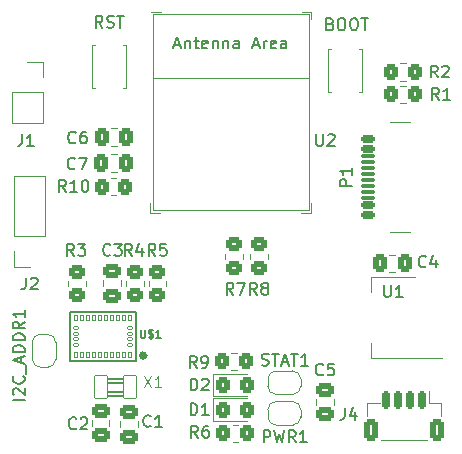
<source format=gto>
G04 #@! TF.GenerationSoftware,KiCad,Pcbnew,7.0.10*
G04 #@! TF.CreationDate,2024-02-28T00:56:54-06:00*
G04 #@! TF.ProjectId,sensingBoard,73656e73-696e-4674-926f-6172642e6b69,rev?*
G04 #@! TF.SameCoordinates,Original*
G04 #@! TF.FileFunction,Legend,Top*
G04 #@! TF.FilePolarity,Positive*
%FSLAX46Y46*%
G04 Gerber Fmt 4.6, Leading zero omitted, Abs format (unit mm)*
G04 Created by KiCad (PCBNEW 7.0.10) date 2024-02-28 00:56:54*
%MOMM*%
%LPD*%
G01*
G04 APERTURE LIST*
G04 Aperture macros list*
%AMRoundRect*
0 Rectangle with rounded corners*
0 $1 Rounding radius*
0 $2 $3 $4 $5 $6 $7 $8 $9 X,Y pos of 4 corners*
0 Add a 4 corners polygon primitive as box body*
4,1,4,$2,$3,$4,$5,$6,$7,$8,$9,$2,$3,0*
0 Add four circle primitives for the rounded corners*
1,1,$1+$1,$2,$3*
1,1,$1+$1,$4,$5*
1,1,$1+$1,$6,$7*
1,1,$1+$1,$8,$9*
0 Add four rect primitives between the rounded corners*
20,1,$1+$1,$2,$3,$4,$5,0*
20,1,$1+$1,$4,$5,$6,$7,0*
20,1,$1+$1,$6,$7,$8,$9,0*
20,1,$1+$1,$8,$9,$2,$3,0*%
%AMFreePoly0*
4,1,19,0.500000,-0.750000,0.000000,-0.750000,0.000000,-0.744911,-0.071157,-0.744911,-0.207708,-0.704816,-0.327430,-0.627875,-0.420627,-0.520320,-0.479746,-0.390866,-0.500000,-0.250000,-0.500000,0.250000,-0.479746,0.390866,-0.420627,0.520320,-0.327430,0.627875,-0.207708,0.704816,-0.071157,0.744911,0.000000,0.744911,0.000000,0.750000,0.500000,0.750000,0.500000,-0.750000,0.500000,-0.750000,
$1*%
%AMFreePoly1*
4,1,19,0.000000,0.744911,0.071157,0.744911,0.207708,0.704816,0.327430,0.627875,0.420627,0.520320,0.479746,0.390866,0.500000,0.250000,0.500000,-0.250000,0.479746,-0.390866,0.420627,-0.520320,0.327430,-0.627875,0.207708,-0.704816,0.071157,-0.744911,0.000000,-0.744911,0.000000,-0.750000,-0.500000,-0.750000,-0.500000,0.750000,0.000000,0.750000,0.000000,0.744911,0.000000,0.744911,
$1*%
%AMFreePoly2*
4,1,6,0.725000,-0.725000,-0.725000,-0.725000,-0.725000,0.125000,-0.125000,0.725000,0.725000,0.725000,0.725000,-0.725000,0.725000,-0.725000,$1*%
G04 Aperture macros list end*
%ADD10C,0.150000*%
%ADD11C,0.146304*%
%ADD12C,0.081280*%
%ADD13C,0.120000*%
%ADD14C,0.127000*%
%ADD15C,0.350000*%
%ADD16RoundRect,0.250000X0.475000X-0.337500X0.475000X0.337500X-0.475000X0.337500X-0.475000X-0.337500X0*%
%ADD17RoundRect,0.050800X0.125000X0.237500X-0.125000X0.237500X-0.125000X-0.237500X0.125000X-0.237500X0*%
%ADD18RoundRect,0.050800X0.187500X0.125000X-0.187500X0.125000X-0.187500X-0.125000X0.187500X-0.125000X0*%
%ADD19RoundRect,0.250000X-0.350000X-0.450000X0.350000X-0.450000X0.350000X0.450000X-0.350000X0.450000X0*%
%ADD20FreePoly0,0.000000*%
%ADD21FreePoly1,0.000000*%
%ADD22R,2.000000X1.350000*%
%ADD23RoundRect,0.250000X0.450000X-0.350000X0.450000X0.350000X-0.450000X0.350000X-0.450000X-0.350000X0*%
%ADD24R,1.700000X1.700000*%
%ADD25O,1.700000X1.700000*%
%ADD26RoundRect,0.250000X-0.325000X-0.450000X0.325000X-0.450000X0.325000X0.450000X-0.325000X0.450000X0*%
%ADD27RoundRect,0.150000X0.150000X0.625000X-0.150000X0.625000X-0.150000X-0.625000X0.150000X-0.625000X0*%
%ADD28RoundRect,0.250000X0.350000X0.650000X-0.350000X0.650000X-0.350000X-0.650000X0.350000X-0.650000X0*%
%ADD29R,2.000000X1.500000*%
%ADD30R,2.000000X3.800000*%
%ADD31R,0.800000X0.400000*%
%ADD32R,0.400000X0.800000*%
%ADD33FreePoly2,0.000000*%
%ADD34R,1.450000X1.450000*%
%ADD35R,0.700000X0.700000*%
%ADD36RoundRect,0.250000X-0.475000X0.337500X-0.475000X-0.337500X0.475000X-0.337500X0.475000X0.337500X0*%
%ADD37RoundRect,0.250000X0.350000X0.450000X-0.350000X0.450000X-0.350000X-0.450000X0.350000X-0.450000X0*%
%ADD38RoundRect,0.050800X0.550000X0.950000X-0.550000X0.950000X-0.550000X-0.950000X0.550000X-0.950000X0*%
%ADD39RoundRect,0.050800X-0.550000X-0.950000X0.550000X-0.950000X0.550000X0.950000X-0.550000X0.950000X0*%
%ADD40FreePoly0,90.000000*%
%ADD41FreePoly1,90.000000*%
%ADD42RoundRect,0.250000X0.337500X0.475000X-0.337500X0.475000X-0.337500X-0.475000X0.337500X-0.475000X0*%
%ADD43C,0.650000*%
%ADD44RoundRect,0.150000X0.425000X-0.150000X0.425000X0.150000X-0.425000X0.150000X-0.425000X-0.150000X0*%
%ADD45RoundRect,0.075000X0.500000X-0.075000X0.500000X0.075000X-0.500000X0.075000X-0.500000X-0.075000X0*%
%ADD46O,2.100000X1.000000*%
%ADD47O,1.800000X1.000000*%
%ADD48RoundRect,0.250000X-0.450000X0.350000X-0.450000X-0.350000X0.450000X-0.350000X0.450000X0.350000X0*%
G04 APERTURE END LIST*
D10*
X55933333Y-85159580D02*
X55885714Y-85207200D01*
X55885714Y-85207200D02*
X55742857Y-85254819D01*
X55742857Y-85254819D02*
X55647619Y-85254819D01*
X55647619Y-85254819D02*
X55504762Y-85207200D01*
X55504762Y-85207200D02*
X55409524Y-85111961D01*
X55409524Y-85111961D02*
X55361905Y-85016723D01*
X55361905Y-85016723D02*
X55314286Y-84826247D01*
X55314286Y-84826247D02*
X55314286Y-84683390D01*
X55314286Y-84683390D02*
X55361905Y-84492914D01*
X55361905Y-84492914D02*
X55409524Y-84397676D01*
X55409524Y-84397676D02*
X55504762Y-84302438D01*
X55504762Y-84302438D02*
X55647619Y-84254819D01*
X55647619Y-84254819D02*
X55742857Y-84254819D01*
X55742857Y-84254819D02*
X55885714Y-84302438D01*
X55885714Y-84302438D02*
X55933333Y-84350057D01*
X56314286Y-84350057D02*
X56361905Y-84302438D01*
X56361905Y-84302438D02*
X56457143Y-84254819D01*
X56457143Y-84254819D02*
X56695238Y-84254819D01*
X56695238Y-84254819D02*
X56790476Y-84302438D01*
X56790476Y-84302438D02*
X56838095Y-84350057D01*
X56838095Y-84350057D02*
X56885714Y-84445295D01*
X56885714Y-84445295D02*
X56885714Y-84540533D01*
X56885714Y-84540533D02*
X56838095Y-84683390D01*
X56838095Y-84683390D02*
X56266667Y-85254819D01*
X56266667Y-85254819D02*
X56885714Y-85254819D01*
D11*
X61394687Y-76844329D02*
X61394687Y-77383874D01*
X61394687Y-77383874D02*
X61426425Y-77447350D01*
X61426425Y-77447350D02*
X61458163Y-77479088D01*
X61458163Y-77479088D02*
X61521639Y-77510825D01*
X61521639Y-77510825D02*
X61648590Y-77510825D01*
X61648590Y-77510825D02*
X61712066Y-77479088D01*
X61712066Y-77479088D02*
X61743804Y-77447350D01*
X61743804Y-77447350D02*
X61775542Y-77383874D01*
X61775542Y-77383874D02*
X61775542Y-76844329D01*
X62061183Y-77479088D02*
X62156397Y-77510825D01*
X62156397Y-77510825D02*
X62315086Y-77510825D01*
X62315086Y-77510825D02*
X62378562Y-77479088D01*
X62378562Y-77479088D02*
X62410300Y-77447350D01*
X62410300Y-77447350D02*
X62442038Y-77383874D01*
X62442038Y-77383874D02*
X62442038Y-77320398D01*
X62442038Y-77320398D02*
X62410300Y-77256922D01*
X62410300Y-77256922D02*
X62378562Y-77225184D01*
X62378562Y-77225184D02*
X62315086Y-77193446D01*
X62315086Y-77193446D02*
X62188135Y-77161708D01*
X62188135Y-77161708D02*
X62124659Y-77129971D01*
X62124659Y-77129971D02*
X62092921Y-77098233D01*
X62092921Y-77098233D02*
X62061183Y-77034757D01*
X62061183Y-77034757D02*
X62061183Y-76971281D01*
X62061183Y-76971281D02*
X62092921Y-76907805D01*
X62092921Y-76907805D02*
X62124659Y-76876067D01*
X62124659Y-76876067D02*
X62188135Y-76844329D01*
X62188135Y-76844329D02*
X62346824Y-76844329D01*
X62346824Y-76844329D02*
X62442038Y-76876067D01*
X62251611Y-76749116D02*
X62251611Y-77606039D01*
X63076796Y-77510825D02*
X62695941Y-77510825D01*
X62886369Y-77510825D02*
X62886369Y-76844329D01*
X62886369Y-76844329D02*
X62822893Y-76939543D01*
X62822893Y-76939543D02*
X62759417Y-77003019D01*
X62759417Y-77003019D02*
X62695941Y-77034757D01*
D10*
X66133333Y-80054819D02*
X65800000Y-79578628D01*
X65561905Y-80054819D02*
X65561905Y-79054819D01*
X65561905Y-79054819D02*
X65942857Y-79054819D01*
X65942857Y-79054819D02*
X66038095Y-79102438D01*
X66038095Y-79102438D02*
X66085714Y-79150057D01*
X66085714Y-79150057D02*
X66133333Y-79245295D01*
X66133333Y-79245295D02*
X66133333Y-79388152D01*
X66133333Y-79388152D02*
X66085714Y-79483390D01*
X66085714Y-79483390D02*
X66038095Y-79531009D01*
X66038095Y-79531009D02*
X65942857Y-79578628D01*
X65942857Y-79578628D02*
X65561905Y-79578628D01*
X66609524Y-80054819D02*
X66800000Y-80054819D01*
X66800000Y-80054819D02*
X66895238Y-80007200D01*
X66895238Y-80007200D02*
X66942857Y-79959580D01*
X66942857Y-79959580D02*
X67038095Y-79816723D01*
X67038095Y-79816723D02*
X67085714Y-79626247D01*
X67085714Y-79626247D02*
X67085714Y-79245295D01*
X67085714Y-79245295D02*
X67038095Y-79150057D01*
X67038095Y-79150057D02*
X66990476Y-79102438D01*
X66990476Y-79102438D02*
X66895238Y-79054819D01*
X66895238Y-79054819D02*
X66704762Y-79054819D01*
X66704762Y-79054819D02*
X66609524Y-79102438D01*
X66609524Y-79102438D02*
X66561905Y-79150057D01*
X66561905Y-79150057D02*
X66514286Y-79245295D01*
X66514286Y-79245295D02*
X66514286Y-79483390D01*
X66514286Y-79483390D02*
X66561905Y-79578628D01*
X66561905Y-79578628D02*
X66609524Y-79626247D01*
X66609524Y-79626247D02*
X66704762Y-79673866D01*
X66704762Y-79673866D02*
X66895238Y-79673866D01*
X66895238Y-79673866D02*
X66990476Y-79626247D01*
X66990476Y-79626247D02*
X67038095Y-79578628D01*
X67038095Y-79578628D02*
X67085714Y-79483390D01*
X71647619Y-79807200D02*
X71790476Y-79854819D01*
X71790476Y-79854819D02*
X72028571Y-79854819D01*
X72028571Y-79854819D02*
X72123809Y-79807200D01*
X72123809Y-79807200D02*
X72171428Y-79759580D01*
X72171428Y-79759580D02*
X72219047Y-79664342D01*
X72219047Y-79664342D02*
X72219047Y-79569104D01*
X72219047Y-79569104D02*
X72171428Y-79473866D01*
X72171428Y-79473866D02*
X72123809Y-79426247D01*
X72123809Y-79426247D02*
X72028571Y-79378628D01*
X72028571Y-79378628D02*
X71838095Y-79331009D01*
X71838095Y-79331009D02*
X71742857Y-79283390D01*
X71742857Y-79283390D02*
X71695238Y-79235771D01*
X71695238Y-79235771D02*
X71647619Y-79140533D01*
X71647619Y-79140533D02*
X71647619Y-79045295D01*
X71647619Y-79045295D02*
X71695238Y-78950057D01*
X71695238Y-78950057D02*
X71742857Y-78902438D01*
X71742857Y-78902438D02*
X71838095Y-78854819D01*
X71838095Y-78854819D02*
X72076190Y-78854819D01*
X72076190Y-78854819D02*
X72219047Y-78902438D01*
X72504762Y-78854819D02*
X73076190Y-78854819D01*
X72790476Y-79854819D02*
X72790476Y-78854819D01*
X73361905Y-79569104D02*
X73838095Y-79569104D01*
X73266667Y-79854819D02*
X73600000Y-78854819D01*
X73600000Y-78854819D02*
X73933333Y-79854819D01*
X74123810Y-78854819D02*
X74695238Y-78854819D01*
X74409524Y-79854819D02*
X74409524Y-78854819D01*
X75552381Y-79854819D02*
X74980953Y-79854819D01*
X75266667Y-79854819D02*
X75266667Y-78854819D01*
X75266667Y-78854819D02*
X75171429Y-78997676D01*
X75171429Y-78997676D02*
X75076191Y-79092914D01*
X75076191Y-79092914D02*
X74980953Y-79140533D01*
X58152380Y-51254819D02*
X57819047Y-50778628D01*
X57580952Y-51254819D02*
X57580952Y-50254819D01*
X57580952Y-50254819D02*
X57961904Y-50254819D01*
X57961904Y-50254819D02*
X58057142Y-50302438D01*
X58057142Y-50302438D02*
X58104761Y-50350057D01*
X58104761Y-50350057D02*
X58152380Y-50445295D01*
X58152380Y-50445295D02*
X58152380Y-50588152D01*
X58152380Y-50588152D02*
X58104761Y-50683390D01*
X58104761Y-50683390D02*
X58057142Y-50731009D01*
X58057142Y-50731009D02*
X57961904Y-50778628D01*
X57961904Y-50778628D02*
X57580952Y-50778628D01*
X58533333Y-51207200D02*
X58676190Y-51254819D01*
X58676190Y-51254819D02*
X58914285Y-51254819D01*
X58914285Y-51254819D02*
X59009523Y-51207200D01*
X59009523Y-51207200D02*
X59057142Y-51159580D01*
X59057142Y-51159580D02*
X59104761Y-51064342D01*
X59104761Y-51064342D02*
X59104761Y-50969104D01*
X59104761Y-50969104D02*
X59057142Y-50873866D01*
X59057142Y-50873866D02*
X59009523Y-50826247D01*
X59009523Y-50826247D02*
X58914285Y-50778628D01*
X58914285Y-50778628D02*
X58723809Y-50731009D01*
X58723809Y-50731009D02*
X58628571Y-50683390D01*
X58628571Y-50683390D02*
X58580952Y-50635771D01*
X58580952Y-50635771D02*
X58533333Y-50540533D01*
X58533333Y-50540533D02*
X58533333Y-50445295D01*
X58533333Y-50445295D02*
X58580952Y-50350057D01*
X58580952Y-50350057D02*
X58628571Y-50302438D01*
X58628571Y-50302438D02*
X58723809Y-50254819D01*
X58723809Y-50254819D02*
X58961904Y-50254819D01*
X58961904Y-50254819D02*
X59104761Y-50302438D01*
X59390476Y-50254819D02*
X59961904Y-50254819D01*
X59676190Y-51254819D02*
X59676190Y-50254819D01*
X71233333Y-73854819D02*
X70900000Y-73378628D01*
X70661905Y-73854819D02*
X70661905Y-72854819D01*
X70661905Y-72854819D02*
X71042857Y-72854819D01*
X71042857Y-72854819D02*
X71138095Y-72902438D01*
X71138095Y-72902438D02*
X71185714Y-72950057D01*
X71185714Y-72950057D02*
X71233333Y-73045295D01*
X71233333Y-73045295D02*
X71233333Y-73188152D01*
X71233333Y-73188152D02*
X71185714Y-73283390D01*
X71185714Y-73283390D02*
X71138095Y-73331009D01*
X71138095Y-73331009D02*
X71042857Y-73378628D01*
X71042857Y-73378628D02*
X70661905Y-73378628D01*
X71804762Y-73283390D02*
X71709524Y-73235771D01*
X71709524Y-73235771D02*
X71661905Y-73188152D01*
X71661905Y-73188152D02*
X71614286Y-73092914D01*
X71614286Y-73092914D02*
X71614286Y-73045295D01*
X71614286Y-73045295D02*
X71661905Y-72950057D01*
X71661905Y-72950057D02*
X71709524Y-72902438D01*
X71709524Y-72902438D02*
X71804762Y-72854819D01*
X71804762Y-72854819D02*
X71995238Y-72854819D01*
X71995238Y-72854819D02*
X72090476Y-72902438D01*
X72090476Y-72902438D02*
X72138095Y-72950057D01*
X72138095Y-72950057D02*
X72185714Y-73045295D01*
X72185714Y-73045295D02*
X72185714Y-73092914D01*
X72185714Y-73092914D02*
X72138095Y-73188152D01*
X72138095Y-73188152D02*
X72090476Y-73235771D01*
X72090476Y-73235771D02*
X71995238Y-73283390D01*
X71995238Y-73283390D02*
X71804762Y-73283390D01*
X71804762Y-73283390D02*
X71709524Y-73331009D01*
X71709524Y-73331009D02*
X71661905Y-73378628D01*
X71661905Y-73378628D02*
X71614286Y-73473866D01*
X71614286Y-73473866D02*
X71614286Y-73664342D01*
X71614286Y-73664342D02*
X71661905Y-73759580D01*
X71661905Y-73759580D02*
X71709524Y-73807200D01*
X71709524Y-73807200D02*
X71804762Y-73854819D01*
X71804762Y-73854819D02*
X71995238Y-73854819D01*
X71995238Y-73854819D02*
X72090476Y-73807200D01*
X72090476Y-73807200D02*
X72138095Y-73759580D01*
X72138095Y-73759580D02*
X72185714Y-73664342D01*
X72185714Y-73664342D02*
X72185714Y-73473866D01*
X72185714Y-73473866D02*
X72138095Y-73378628D01*
X72138095Y-73378628D02*
X72090476Y-73331009D01*
X72090476Y-73331009D02*
X71995238Y-73283390D01*
X51666666Y-72404819D02*
X51666666Y-73119104D01*
X51666666Y-73119104D02*
X51619047Y-73261961D01*
X51619047Y-73261961D02*
X51523809Y-73357200D01*
X51523809Y-73357200D02*
X51380952Y-73404819D01*
X51380952Y-73404819D02*
X51285714Y-73404819D01*
X52095238Y-72500057D02*
X52142857Y-72452438D01*
X52142857Y-72452438D02*
X52238095Y-72404819D01*
X52238095Y-72404819D02*
X52476190Y-72404819D01*
X52476190Y-72404819D02*
X52571428Y-72452438D01*
X52571428Y-72452438D02*
X52619047Y-72500057D01*
X52619047Y-72500057D02*
X52666666Y-72595295D01*
X52666666Y-72595295D02*
X52666666Y-72690533D01*
X52666666Y-72690533D02*
X52619047Y-72833390D01*
X52619047Y-72833390D02*
X52047619Y-73404819D01*
X52047619Y-73404819D02*
X52666666Y-73404819D01*
X65611905Y-81954819D02*
X65611905Y-80954819D01*
X65611905Y-80954819D02*
X65850000Y-80954819D01*
X65850000Y-80954819D02*
X65992857Y-81002438D01*
X65992857Y-81002438D02*
X66088095Y-81097676D01*
X66088095Y-81097676D02*
X66135714Y-81192914D01*
X66135714Y-81192914D02*
X66183333Y-81383390D01*
X66183333Y-81383390D02*
X66183333Y-81526247D01*
X66183333Y-81526247D02*
X66135714Y-81716723D01*
X66135714Y-81716723D02*
X66088095Y-81811961D01*
X66088095Y-81811961D02*
X65992857Y-81907200D01*
X65992857Y-81907200D02*
X65850000Y-81954819D01*
X65850000Y-81954819D02*
X65611905Y-81954819D01*
X66564286Y-81050057D02*
X66611905Y-81002438D01*
X66611905Y-81002438D02*
X66707143Y-80954819D01*
X66707143Y-80954819D02*
X66945238Y-80954819D01*
X66945238Y-80954819D02*
X67040476Y-81002438D01*
X67040476Y-81002438D02*
X67088095Y-81050057D01*
X67088095Y-81050057D02*
X67135714Y-81145295D01*
X67135714Y-81145295D02*
X67135714Y-81240533D01*
X67135714Y-81240533D02*
X67088095Y-81383390D01*
X67088095Y-81383390D02*
X66516667Y-81954819D01*
X66516667Y-81954819D02*
X67135714Y-81954819D01*
X78666666Y-83454819D02*
X78666666Y-84169104D01*
X78666666Y-84169104D02*
X78619047Y-84311961D01*
X78619047Y-84311961D02*
X78523809Y-84407200D01*
X78523809Y-84407200D02*
X78380952Y-84454819D01*
X78380952Y-84454819D02*
X78285714Y-84454819D01*
X79571428Y-83788152D02*
X79571428Y-84454819D01*
X79333333Y-83407200D02*
X79095238Y-84121485D01*
X79095238Y-84121485D02*
X79714285Y-84121485D01*
X62233333Y-84959580D02*
X62185714Y-85007200D01*
X62185714Y-85007200D02*
X62042857Y-85054819D01*
X62042857Y-85054819D02*
X61947619Y-85054819D01*
X61947619Y-85054819D02*
X61804762Y-85007200D01*
X61804762Y-85007200D02*
X61709524Y-84911961D01*
X61709524Y-84911961D02*
X61661905Y-84816723D01*
X61661905Y-84816723D02*
X61614286Y-84626247D01*
X61614286Y-84626247D02*
X61614286Y-84483390D01*
X61614286Y-84483390D02*
X61661905Y-84292914D01*
X61661905Y-84292914D02*
X61709524Y-84197676D01*
X61709524Y-84197676D02*
X61804762Y-84102438D01*
X61804762Y-84102438D02*
X61947619Y-84054819D01*
X61947619Y-84054819D02*
X62042857Y-84054819D01*
X62042857Y-84054819D02*
X62185714Y-84102438D01*
X62185714Y-84102438D02*
X62233333Y-84150057D01*
X63185714Y-85054819D02*
X62614286Y-85054819D01*
X62900000Y-85054819D02*
X62900000Y-84054819D01*
X62900000Y-84054819D02*
X62804762Y-84197676D01*
X62804762Y-84197676D02*
X62709524Y-84292914D01*
X62709524Y-84292914D02*
X62614286Y-84340533D01*
X65611905Y-84054819D02*
X65611905Y-83054819D01*
X65611905Y-83054819D02*
X65850000Y-83054819D01*
X65850000Y-83054819D02*
X65992857Y-83102438D01*
X65992857Y-83102438D02*
X66088095Y-83197676D01*
X66088095Y-83197676D02*
X66135714Y-83292914D01*
X66135714Y-83292914D02*
X66183333Y-83483390D01*
X66183333Y-83483390D02*
X66183333Y-83626247D01*
X66183333Y-83626247D02*
X66135714Y-83816723D01*
X66135714Y-83816723D02*
X66088095Y-83911961D01*
X66088095Y-83911961D02*
X65992857Y-84007200D01*
X65992857Y-84007200D02*
X65850000Y-84054819D01*
X65850000Y-84054819D02*
X65611905Y-84054819D01*
X67135714Y-84054819D02*
X66564286Y-84054819D01*
X66850000Y-84054819D02*
X66850000Y-83054819D01*
X66850000Y-83054819D02*
X66754762Y-83197676D01*
X66754762Y-83197676D02*
X66659524Y-83292914D01*
X66659524Y-83292914D02*
X66564286Y-83340533D01*
X66233333Y-85954819D02*
X65900000Y-85478628D01*
X65661905Y-85954819D02*
X65661905Y-84954819D01*
X65661905Y-84954819D02*
X66042857Y-84954819D01*
X66042857Y-84954819D02*
X66138095Y-85002438D01*
X66138095Y-85002438D02*
X66185714Y-85050057D01*
X66185714Y-85050057D02*
X66233333Y-85145295D01*
X66233333Y-85145295D02*
X66233333Y-85288152D01*
X66233333Y-85288152D02*
X66185714Y-85383390D01*
X66185714Y-85383390D02*
X66138095Y-85431009D01*
X66138095Y-85431009D02*
X66042857Y-85478628D01*
X66042857Y-85478628D02*
X65661905Y-85478628D01*
X67090476Y-84954819D02*
X66900000Y-84954819D01*
X66900000Y-84954819D02*
X66804762Y-85002438D01*
X66804762Y-85002438D02*
X66757143Y-85050057D01*
X66757143Y-85050057D02*
X66661905Y-85192914D01*
X66661905Y-85192914D02*
X66614286Y-85383390D01*
X66614286Y-85383390D02*
X66614286Y-85764342D01*
X66614286Y-85764342D02*
X66661905Y-85859580D01*
X66661905Y-85859580D02*
X66709524Y-85907200D01*
X66709524Y-85907200D02*
X66804762Y-85954819D01*
X66804762Y-85954819D02*
X66995238Y-85954819D01*
X66995238Y-85954819D02*
X67090476Y-85907200D01*
X67090476Y-85907200D02*
X67138095Y-85859580D01*
X67138095Y-85859580D02*
X67185714Y-85764342D01*
X67185714Y-85764342D02*
X67185714Y-85526247D01*
X67185714Y-85526247D02*
X67138095Y-85431009D01*
X67138095Y-85431009D02*
X67090476Y-85383390D01*
X67090476Y-85383390D02*
X66995238Y-85335771D01*
X66995238Y-85335771D02*
X66804762Y-85335771D01*
X66804762Y-85335771D02*
X66709524Y-85383390D01*
X66709524Y-85383390D02*
X66661905Y-85431009D01*
X66661905Y-85431009D02*
X66614286Y-85526247D01*
X81988095Y-73054819D02*
X81988095Y-73864342D01*
X81988095Y-73864342D02*
X82035714Y-73959580D01*
X82035714Y-73959580D02*
X82083333Y-74007200D01*
X82083333Y-74007200D02*
X82178571Y-74054819D01*
X82178571Y-74054819D02*
X82369047Y-74054819D01*
X82369047Y-74054819D02*
X82464285Y-74007200D01*
X82464285Y-74007200D02*
X82511904Y-73959580D01*
X82511904Y-73959580D02*
X82559523Y-73864342D01*
X82559523Y-73864342D02*
X82559523Y-73054819D01*
X83559523Y-74054819D02*
X82988095Y-74054819D01*
X83273809Y-74054819D02*
X83273809Y-73054819D01*
X83273809Y-73054819D02*
X83178571Y-73197676D01*
X83178571Y-73197676D02*
X83083333Y-73292914D01*
X83083333Y-73292914D02*
X82988095Y-73340533D01*
X51341666Y-60264819D02*
X51341666Y-60979104D01*
X51341666Y-60979104D02*
X51294047Y-61121961D01*
X51294047Y-61121961D02*
X51198809Y-61217200D01*
X51198809Y-61217200D02*
X51055952Y-61264819D01*
X51055952Y-61264819D02*
X50960714Y-61264819D01*
X52341666Y-61264819D02*
X51770238Y-61264819D01*
X52055952Y-61264819D02*
X52055952Y-60264819D01*
X52055952Y-60264819D02*
X51960714Y-60407676D01*
X51960714Y-60407676D02*
X51865476Y-60502914D01*
X51865476Y-60502914D02*
X51770238Y-60550533D01*
X76238095Y-60254819D02*
X76238095Y-61064342D01*
X76238095Y-61064342D02*
X76285714Y-61159580D01*
X76285714Y-61159580D02*
X76333333Y-61207200D01*
X76333333Y-61207200D02*
X76428571Y-61254819D01*
X76428571Y-61254819D02*
X76619047Y-61254819D01*
X76619047Y-61254819D02*
X76714285Y-61207200D01*
X76714285Y-61207200D02*
X76761904Y-61159580D01*
X76761904Y-61159580D02*
X76809523Y-61064342D01*
X76809523Y-61064342D02*
X76809523Y-60254819D01*
X77238095Y-60350057D02*
X77285714Y-60302438D01*
X77285714Y-60302438D02*
X77380952Y-60254819D01*
X77380952Y-60254819D02*
X77619047Y-60254819D01*
X77619047Y-60254819D02*
X77714285Y-60302438D01*
X77714285Y-60302438D02*
X77761904Y-60350057D01*
X77761904Y-60350057D02*
X77809523Y-60445295D01*
X77809523Y-60445295D02*
X77809523Y-60540533D01*
X77809523Y-60540533D02*
X77761904Y-60683390D01*
X77761904Y-60683390D02*
X77190476Y-61254819D01*
X77190476Y-61254819D02*
X77809523Y-61254819D01*
X64238094Y-52719104D02*
X64714284Y-52719104D01*
X64142856Y-53004819D02*
X64476189Y-52004819D01*
X64476189Y-52004819D02*
X64809522Y-53004819D01*
X65142856Y-52338152D02*
X65142856Y-53004819D01*
X65142856Y-52433390D02*
X65190475Y-52385771D01*
X65190475Y-52385771D02*
X65285713Y-52338152D01*
X65285713Y-52338152D02*
X65428570Y-52338152D01*
X65428570Y-52338152D02*
X65523808Y-52385771D01*
X65523808Y-52385771D02*
X65571427Y-52481009D01*
X65571427Y-52481009D02*
X65571427Y-53004819D01*
X65904761Y-52338152D02*
X66285713Y-52338152D01*
X66047618Y-52004819D02*
X66047618Y-52861961D01*
X66047618Y-52861961D02*
X66095237Y-52957200D01*
X66095237Y-52957200D02*
X66190475Y-53004819D01*
X66190475Y-53004819D02*
X66285713Y-53004819D01*
X66999999Y-52957200D02*
X66904761Y-53004819D01*
X66904761Y-53004819D02*
X66714285Y-53004819D01*
X66714285Y-53004819D02*
X66619047Y-52957200D01*
X66619047Y-52957200D02*
X66571428Y-52861961D01*
X66571428Y-52861961D02*
X66571428Y-52481009D01*
X66571428Y-52481009D02*
X66619047Y-52385771D01*
X66619047Y-52385771D02*
X66714285Y-52338152D01*
X66714285Y-52338152D02*
X66904761Y-52338152D01*
X66904761Y-52338152D02*
X66999999Y-52385771D01*
X66999999Y-52385771D02*
X67047618Y-52481009D01*
X67047618Y-52481009D02*
X67047618Y-52576247D01*
X67047618Y-52576247D02*
X66571428Y-52671485D01*
X67476190Y-52338152D02*
X67476190Y-53004819D01*
X67476190Y-52433390D02*
X67523809Y-52385771D01*
X67523809Y-52385771D02*
X67619047Y-52338152D01*
X67619047Y-52338152D02*
X67761904Y-52338152D01*
X67761904Y-52338152D02*
X67857142Y-52385771D01*
X67857142Y-52385771D02*
X67904761Y-52481009D01*
X67904761Y-52481009D02*
X67904761Y-53004819D01*
X68380952Y-52338152D02*
X68380952Y-53004819D01*
X68380952Y-52433390D02*
X68428571Y-52385771D01*
X68428571Y-52385771D02*
X68523809Y-52338152D01*
X68523809Y-52338152D02*
X68666666Y-52338152D01*
X68666666Y-52338152D02*
X68761904Y-52385771D01*
X68761904Y-52385771D02*
X68809523Y-52481009D01*
X68809523Y-52481009D02*
X68809523Y-53004819D01*
X69714285Y-53004819D02*
X69714285Y-52481009D01*
X69714285Y-52481009D02*
X69666666Y-52385771D01*
X69666666Y-52385771D02*
X69571428Y-52338152D01*
X69571428Y-52338152D02*
X69380952Y-52338152D01*
X69380952Y-52338152D02*
X69285714Y-52385771D01*
X69714285Y-52957200D02*
X69619047Y-53004819D01*
X69619047Y-53004819D02*
X69380952Y-53004819D01*
X69380952Y-53004819D02*
X69285714Y-52957200D01*
X69285714Y-52957200D02*
X69238095Y-52861961D01*
X69238095Y-52861961D02*
X69238095Y-52766723D01*
X69238095Y-52766723D02*
X69285714Y-52671485D01*
X69285714Y-52671485D02*
X69380952Y-52623866D01*
X69380952Y-52623866D02*
X69619047Y-52623866D01*
X69619047Y-52623866D02*
X69714285Y-52576247D01*
X70904762Y-52719104D02*
X71380952Y-52719104D01*
X70809524Y-53004819D02*
X71142857Y-52004819D01*
X71142857Y-52004819D02*
X71476190Y-53004819D01*
X71809524Y-53004819D02*
X71809524Y-52338152D01*
X71809524Y-52528628D02*
X71857143Y-52433390D01*
X71857143Y-52433390D02*
X71904762Y-52385771D01*
X71904762Y-52385771D02*
X72000000Y-52338152D01*
X72000000Y-52338152D02*
X72095238Y-52338152D01*
X72809524Y-52957200D02*
X72714286Y-53004819D01*
X72714286Y-53004819D02*
X72523810Y-53004819D01*
X72523810Y-53004819D02*
X72428572Y-52957200D01*
X72428572Y-52957200D02*
X72380953Y-52861961D01*
X72380953Y-52861961D02*
X72380953Y-52481009D01*
X72380953Y-52481009D02*
X72428572Y-52385771D01*
X72428572Y-52385771D02*
X72523810Y-52338152D01*
X72523810Y-52338152D02*
X72714286Y-52338152D01*
X72714286Y-52338152D02*
X72809524Y-52385771D01*
X72809524Y-52385771D02*
X72857143Y-52481009D01*
X72857143Y-52481009D02*
X72857143Y-52576247D01*
X72857143Y-52576247D02*
X72380953Y-52671485D01*
X73714286Y-53004819D02*
X73714286Y-52481009D01*
X73714286Y-52481009D02*
X73666667Y-52385771D01*
X73666667Y-52385771D02*
X73571429Y-52338152D01*
X73571429Y-52338152D02*
X73380953Y-52338152D01*
X73380953Y-52338152D02*
X73285715Y-52385771D01*
X73714286Y-52957200D02*
X73619048Y-53004819D01*
X73619048Y-53004819D02*
X73380953Y-53004819D01*
X73380953Y-53004819D02*
X73285715Y-52957200D01*
X73285715Y-52957200D02*
X73238096Y-52861961D01*
X73238096Y-52861961D02*
X73238096Y-52766723D01*
X73238096Y-52766723D02*
X73285715Y-52671485D01*
X73285715Y-52671485D02*
X73380953Y-52623866D01*
X73380953Y-52623866D02*
X73619048Y-52623866D01*
X73619048Y-52623866D02*
X73714286Y-52576247D01*
X58833333Y-70459580D02*
X58785714Y-70507200D01*
X58785714Y-70507200D02*
X58642857Y-70554819D01*
X58642857Y-70554819D02*
X58547619Y-70554819D01*
X58547619Y-70554819D02*
X58404762Y-70507200D01*
X58404762Y-70507200D02*
X58309524Y-70411961D01*
X58309524Y-70411961D02*
X58261905Y-70316723D01*
X58261905Y-70316723D02*
X58214286Y-70126247D01*
X58214286Y-70126247D02*
X58214286Y-69983390D01*
X58214286Y-69983390D02*
X58261905Y-69792914D01*
X58261905Y-69792914D02*
X58309524Y-69697676D01*
X58309524Y-69697676D02*
X58404762Y-69602438D01*
X58404762Y-69602438D02*
X58547619Y-69554819D01*
X58547619Y-69554819D02*
X58642857Y-69554819D01*
X58642857Y-69554819D02*
X58785714Y-69602438D01*
X58785714Y-69602438D02*
X58833333Y-69650057D01*
X59166667Y-69554819D02*
X59785714Y-69554819D01*
X59785714Y-69554819D02*
X59452381Y-69935771D01*
X59452381Y-69935771D02*
X59595238Y-69935771D01*
X59595238Y-69935771D02*
X59690476Y-69983390D01*
X59690476Y-69983390D02*
X59738095Y-70031009D01*
X59738095Y-70031009D02*
X59785714Y-70126247D01*
X59785714Y-70126247D02*
X59785714Y-70364342D01*
X59785714Y-70364342D02*
X59738095Y-70459580D01*
X59738095Y-70459580D02*
X59690476Y-70507200D01*
X59690476Y-70507200D02*
X59595238Y-70554819D01*
X59595238Y-70554819D02*
X59309524Y-70554819D01*
X59309524Y-70554819D02*
X59214286Y-70507200D01*
X59214286Y-70507200D02*
X59166667Y-70459580D01*
X86533333Y-55454819D02*
X86200000Y-54978628D01*
X85961905Y-55454819D02*
X85961905Y-54454819D01*
X85961905Y-54454819D02*
X86342857Y-54454819D01*
X86342857Y-54454819D02*
X86438095Y-54502438D01*
X86438095Y-54502438D02*
X86485714Y-54550057D01*
X86485714Y-54550057D02*
X86533333Y-54645295D01*
X86533333Y-54645295D02*
X86533333Y-54788152D01*
X86533333Y-54788152D02*
X86485714Y-54883390D01*
X86485714Y-54883390D02*
X86438095Y-54931009D01*
X86438095Y-54931009D02*
X86342857Y-54978628D01*
X86342857Y-54978628D02*
X85961905Y-54978628D01*
X86914286Y-54550057D02*
X86961905Y-54502438D01*
X86961905Y-54502438D02*
X87057143Y-54454819D01*
X87057143Y-54454819D02*
X87295238Y-54454819D01*
X87295238Y-54454819D02*
X87390476Y-54502438D01*
X87390476Y-54502438D02*
X87438095Y-54550057D01*
X87438095Y-54550057D02*
X87485714Y-54645295D01*
X87485714Y-54645295D02*
X87485714Y-54740533D01*
X87485714Y-54740533D02*
X87438095Y-54883390D01*
X87438095Y-54883390D02*
X86866667Y-55454819D01*
X86866667Y-55454819D02*
X87485714Y-55454819D01*
D12*
X61655388Y-80746661D02*
X62278535Y-81681381D01*
X62278535Y-80746661D02*
X61655388Y-81681381D01*
X63124234Y-81681381D02*
X62590108Y-81681381D01*
X62857171Y-81681381D02*
X62857171Y-80746661D01*
X62857171Y-80746661D02*
X62768150Y-80880192D01*
X62768150Y-80880192D02*
X62679129Y-80969213D01*
X62679129Y-80969213D02*
X62590108Y-81013724D01*
D10*
X51554819Y-82761904D02*
X50554819Y-82761904D01*
X50650057Y-82333333D02*
X50602438Y-82285714D01*
X50602438Y-82285714D02*
X50554819Y-82190476D01*
X50554819Y-82190476D02*
X50554819Y-81952381D01*
X50554819Y-81952381D02*
X50602438Y-81857143D01*
X50602438Y-81857143D02*
X50650057Y-81809524D01*
X50650057Y-81809524D02*
X50745295Y-81761905D01*
X50745295Y-81761905D02*
X50840533Y-81761905D01*
X50840533Y-81761905D02*
X50983390Y-81809524D01*
X50983390Y-81809524D02*
X51554819Y-82380952D01*
X51554819Y-82380952D02*
X51554819Y-81761905D01*
X51459580Y-80761905D02*
X51507200Y-80809524D01*
X51507200Y-80809524D02*
X51554819Y-80952381D01*
X51554819Y-80952381D02*
X51554819Y-81047619D01*
X51554819Y-81047619D02*
X51507200Y-81190476D01*
X51507200Y-81190476D02*
X51411961Y-81285714D01*
X51411961Y-81285714D02*
X51316723Y-81333333D01*
X51316723Y-81333333D02*
X51126247Y-81380952D01*
X51126247Y-81380952D02*
X50983390Y-81380952D01*
X50983390Y-81380952D02*
X50792914Y-81333333D01*
X50792914Y-81333333D02*
X50697676Y-81285714D01*
X50697676Y-81285714D02*
X50602438Y-81190476D01*
X50602438Y-81190476D02*
X50554819Y-81047619D01*
X50554819Y-81047619D02*
X50554819Y-80952381D01*
X50554819Y-80952381D02*
X50602438Y-80809524D01*
X50602438Y-80809524D02*
X50650057Y-80761905D01*
X51650057Y-80571429D02*
X51650057Y-79809524D01*
X51269104Y-79619047D02*
X51269104Y-79142857D01*
X51554819Y-79714285D02*
X50554819Y-79380952D01*
X50554819Y-79380952D02*
X51554819Y-79047619D01*
X51554819Y-78714285D02*
X50554819Y-78714285D01*
X50554819Y-78714285D02*
X50554819Y-78476190D01*
X50554819Y-78476190D02*
X50602438Y-78333333D01*
X50602438Y-78333333D02*
X50697676Y-78238095D01*
X50697676Y-78238095D02*
X50792914Y-78190476D01*
X50792914Y-78190476D02*
X50983390Y-78142857D01*
X50983390Y-78142857D02*
X51126247Y-78142857D01*
X51126247Y-78142857D02*
X51316723Y-78190476D01*
X51316723Y-78190476D02*
X51411961Y-78238095D01*
X51411961Y-78238095D02*
X51507200Y-78333333D01*
X51507200Y-78333333D02*
X51554819Y-78476190D01*
X51554819Y-78476190D02*
X51554819Y-78714285D01*
X51554819Y-77714285D02*
X50554819Y-77714285D01*
X50554819Y-77714285D02*
X50554819Y-77476190D01*
X50554819Y-77476190D02*
X50602438Y-77333333D01*
X50602438Y-77333333D02*
X50697676Y-77238095D01*
X50697676Y-77238095D02*
X50792914Y-77190476D01*
X50792914Y-77190476D02*
X50983390Y-77142857D01*
X50983390Y-77142857D02*
X51126247Y-77142857D01*
X51126247Y-77142857D02*
X51316723Y-77190476D01*
X51316723Y-77190476D02*
X51411961Y-77238095D01*
X51411961Y-77238095D02*
X51507200Y-77333333D01*
X51507200Y-77333333D02*
X51554819Y-77476190D01*
X51554819Y-77476190D02*
X51554819Y-77714285D01*
X51554819Y-76142857D02*
X51078628Y-76476190D01*
X51554819Y-76714285D02*
X50554819Y-76714285D01*
X50554819Y-76714285D02*
X50554819Y-76333333D01*
X50554819Y-76333333D02*
X50602438Y-76238095D01*
X50602438Y-76238095D02*
X50650057Y-76190476D01*
X50650057Y-76190476D02*
X50745295Y-76142857D01*
X50745295Y-76142857D02*
X50888152Y-76142857D01*
X50888152Y-76142857D02*
X50983390Y-76190476D01*
X50983390Y-76190476D02*
X51031009Y-76238095D01*
X51031009Y-76238095D02*
X51078628Y-76333333D01*
X51078628Y-76333333D02*
X51078628Y-76714285D01*
X51554819Y-75190476D02*
X51554819Y-75761904D01*
X51554819Y-75476190D02*
X50554819Y-75476190D01*
X50554819Y-75476190D02*
X50697676Y-75571428D01*
X50697676Y-75571428D02*
X50792914Y-75666666D01*
X50792914Y-75666666D02*
X50840533Y-75761904D01*
X55833333Y-63159580D02*
X55785714Y-63207200D01*
X55785714Y-63207200D02*
X55642857Y-63254819D01*
X55642857Y-63254819D02*
X55547619Y-63254819D01*
X55547619Y-63254819D02*
X55404762Y-63207200D01*
X55404762Y-63207200D02*
X55309524Y-63111961D01*
X55309524Y-63111961D02*
X55261905Y-63016723D01*
X55261905Y-63016723D02*
X55214286Y-62826247D01*
X55214286Y-62826247D02*
X55214286Y-62683390D01*
X55214286Y-62683390D02*
X55261905Y-62492914D01*
X55261905Y-62492914D02*
X55309524Y-62397676D01*
X55309524Y-62397676D02*
X55404762Y-62302438D01*
X55404762Y-62302438D02*
X55547619Y-62254819D01*
X55547619Y-62254819D02*
X55642857Y-62254819D01*
X55642857Y-62254819D02*
X55785714Y-62302438D01*
X55785714Y-62302438D02*
X55833333Y-62350057D01*
X56166667Y-62254819D02*
X56833333Y-62254819D01*
X56833333Y-62254819D02*
X56404762Y-63254819D01*
X76833333Y-80597080D02*
X76785714Y-80644700D01*
X76785714Y-80644700D02*
X76642857Y-80692319D01*
X76642857Y-80692319D02*
X76547619Y-80692319D01*
X76547619Y-80692319D02*
X76404762Y-80644700D01*
X76404762Y-80644700D02*
X76309524Y-80549461D01*
X76309524Y-80549461D02*
X76261905Y-80454223D01*
X76261905Y-80454223D02*
X76214286Y-80263747D01*
X76214286Y-80263747D02*
X76214286Y-80120890D01*
X76214286Y-80120890D02*
X76261905Y-79930414D01*
X76261905Y-79930414D02*
X76309524Y-79835176D01*
X76309524Y-79835176D02*
X76404762Y-79739938D01*
X76404762Y-79739938D02*
X76547619Y-79692319D01*
X76547619Y-79692319D02*
X76642857Y-79692319D01*
X76642857Y-79692319D02*
X76785714Y-79739938D01*
X76785714Y-79739938D02*
X76833333Y-79787557D01*
X77738095Y-79692319D02*
X77261905Y-79692319D01*
X77261905Y-79692319D02*
X77214286Y-80168509D01*
X77214286Y-80168509D02*
X77261905Y-80120890D01*
X77261905Y-80120890D02*
X77357143Y-80073271D01*
X77357143Y-80073271D02*
X77595238Y-80073271D01*
X77595238Y-80073271D02*
X77690476Y-80120890D01*
X77690476Y-80120890D02*
X77738095Y-80168509D01*
X77738095Y-80168509D02*
X77785714Y-80263747D01*
X77785714Y-80263747D02*
X77785714Y-80501842D01*
X77785714Y-80501842D02*
X77738095Y-80597080D01*
X77738095Y-80597080D02*
X77690476Y-80644700D01*
X77690476Y-80644700D02*
X77595238Y-80692319D01*
X77595238Y-80692319D02*
X77357143Y-80692319D01*
X77357143Y-80692319D02*
X77261905Y-80644700D01*
X77261905Y-80644700D02*
X77214286Y-80597080D01*
X77442857Y-50931009D02*
X77585714Y-50978628D01*
X77585714Y-50978628D02*
X77633333Y-51026247D01*
X77633333Y-51026247D02*
X77680952Y-51121485D01*
X77680952Y-51121485D02*
X77680952Y-51264342D01*
X77680952Y-51264342D02*
X77633333Y-51359580D01*
X77633333Y-51359580D02*
X77585714Y-51407200D01*
X77585714Y-51407200D02*
X77490476Y-51454819D01*
X77490476Y-51454819D02*
X77109524Y-51454819D01*
X77109524Y-51454819D02*
X77109524Y-50454819D01*
X77109524Y-50454819D02*
X77442857Y-50454819D01*
X77442857Y-50454819D02*
X77538095Y-50502438D01*
X77538095Y-50502438D02*
X77585714Y-50550057D01*
X77585714Y-50550057D02*
X77633333Y-50645295D01*
X77633333Y-50645295D02*
X77633333Y-50740533D01*
X77633333Y-50740533D02*
X77585714Y-50835771D01*
X77585714Y-50835771D02*
X77538095Y-50883390D01*
X77538095Y-50883390D02*
X77442857Y-50931009D01*
X77442857Y-50931009D02*
X77109524Y-50931009D01*
X78300000Y-50454819D02*
X78490476Y-50454819D01*
X78490476Y-50454819D02*
X78585714Y-50502438D01*
X78585714Y-50502438D02*
X78680952Y-50597676D01*
X78680952Y-50597676D02*
X78728571Y-50788152D01*
X78728571Y-50788152D02*
X78728571Y-51121485D01*
X78728571Y-51121485D02*
X78680952Y-51311961D01*
X78680952Y-51311961D02*
X78585714Y-51407200D01*
X78585714Y-51407200D02*
X78490476Y-51454819D01*
X78490476Y-51454819D02*
X78300000Y-51454819D01*
X78300000Y-51454819D02*
X78204762Y-51407200D01*
X78204762Y-51407200D02*
X78109524Y-51311961D01*
X78109524Y-51311961D02*
X78061905Y-51121485D01*
X78061905Y-51121485D02*
X78061905Y-50788152D01*
X78061905Y-50788152D02*
X78109524Y-50597676D01*
X78109524Y-50597676D02*
X78204762Y-50502438D01*
X78204762Y-50502438D02*
X78300000Y-50454819D01*
X79347619Y-50454819D02*
X79538095Y-50454819D01*
X79538095Y-50454819D02*
X79633333Y-50502438D01*
X79633333Y-50502438D02*
X79728571Y-50597676D01*
X79728571Y-50597676D02*
X79776190Y-50788152D01*
X79776190Y-50788152D02*
X79776190Y-51121485D01*
X79776190Y-51121485D02*
X79728571Y-51311961D01*
X79728571Y-51311961D02*
X79633333Y-51407200D01*
X79633333Y-51407200D02*
X79538095Y-51454819D01*
X79538095Y-51454819D02*
X79347619Y-51454819D01*
X79347619Y-51454819D02*
X79252381Y-51407200D01*
X79252381Y-51407200D02*
X79157143Y-51311961D01*
X79157143Y-51311961D02*
X79109524Y-51121485D01*
X79109524Y-51121485D02*
X79109524Y-50788152D01*
X79109524Y-50788152D02*
X79157143Y-50597676D01*
X79157143Y-50597676D02*
X79252381Y-50502438D01*
X79252381Y-50502438D02*
X79347619Y-50454819D01*
X80061905Y-50454819D02*
X80633333Y-50454819D01*
X80347619Y-51454819D02*
X80347619Y-50454819D01*
X55870833Y-60959580D02*
X55823214Y-61007200D01*
X55823214Y-61007200D02*
X55680357Y-61054819D01*
X55680357Y-61054819D02*
X55585119Y-61054819D01*
X55585119Y-61054819D02*
X55442262Y-61007200D01*
X55442262Y-61007200D02*
X55347024Y-60911961D01*
X55347024Y-60911961D02*
X55299405Y-60816723D01*
X55299405Y-60816723D02*
X55251786Y-60626247D01*
X55251786Y-60626247D02*
X55251786Y-60483390D01*
X55251786Y-60483390D02*
X55299405Y-60292914D01*
X55299405Y-60292914D02*
X55347024Y-60197676D01*
X55347024Y-60197676D02*
X55442262Y-60102438D01*
X55442262Y-60102438D02*
X55585119Y-60054819D01*
X55585119Y-60054819D02*
X55680357Y-60054819D01*
X55680357Y-60054819D02*
X55823214Y-60102438D01*
X55823214Y-60102438D02*
X55870833Y-60150057D01*
X56727976Y-60054819D02*
X56537500Y-60054819D01*
X56537500Y-60054819D02*
X56442262Y-60102438D01*
X56442262Y-60102438D02*
X56394643Y-60150057D01*
X56394643Y-60150057D02*
X56299405Y-60292914D01*
X56299405Y-60292914D02*
X56251786Y-60483390D01*
X56251786Y-60483390D02*
X56251786Y-60864342D01*
X56251786Y-60864342D02*
X56299405Y-60959580D01*
X56299405Y-60959580D02*
X56347024Y-61007200D01*
X56347024Y-61007200D02*
X56442262Y-61054819D01*
X56442262Y-61054819D02*
X56632738Y-61054819D01*
X56632738Y-61054819D02*
X56727976Y-61007200D01*
X56727976Y-61007200D02*
X56775595Y-60959580D01*
X56775595Y-60959580D02*
X56823214Y-60864342D01*
X56823214Y-60864342D02*
X56823214Y-60626247D01*
X56823214Y-60626247D02*
X56775595Y-60531009D01*
X56775595Y-60531009D02*
X56727976Y-60483390D01*
X56727976Y-60483390D02*
X56632738Y-60435771D01*
X56632738Y-60435771D02*
X56442262Y-60435771D01*
X56442262Y-60435771D02*
X56347024Y-60483390D01*
X56347024Y-60483390D02*
X56299405Y-60531009D01*
X56299405Y-60531009D02*
X56251786Y-60626247D01*
X71790476Y-86354819D02*
X71790476Y-85354819D01*
X71790476Y-85354819D02*
X72171428Y-85354819D01*
X72171428Y-85354819D02*
X72266666Y-85402438D01*
X72266666Y-85402438D02*
X72314285Y-85450057D01*
X72314285Y-85450057D02*
X72361904Y-85545295D01*
X72361904Y-85545295D02*
X72361904Y-85688152D01*
X72361904Y-85688152D02*
X72314285Y-85783390D01*
X72314285Y-85783390D02*
X72266666Y-85831009D01*
X72266666Y-85831009D02*
X72171428Y-85878628D01*
X72171428Y-85878628D02*
X71790476Y-85878628D01*
X72695238Y-85354819D02*
X72933333Y-86354819D01*
X72933333Y-86354819D02*
X73123809Y-85640533D01*
X73123809Y-85640533D02*
X73314285Y-86354819D01*
X73314285Y-86354819D02*
X73552381Y-85354819D01*
X74504761Y-86354819D02*
X74171428Y-85878628D01*
X73933333Y-86354819D02*
X73933333Y-85354819D01*
X73933333Y-85354819D02*
X74314285Y-85354819D01*
X74314285Y-85354819D02*
X74409523Y-85402438D01*
X74409523Y-85402438D02*
X74457142Y-85450057D01*
X74457142Y-85450057D02*
X74504761Y-85545295D01*
X74504761Y-85545295D02*
X74504761Y-85688152D01*
X74504761Y-85688152D02*
X74457142Y-85783390D01*
X74457142Y-85783390D02*
X74409523Y-85831009D01*
X74409523Y-85831009D02*
X74314285Y-85878628D01*
X74314285Y-85878628D02*
X73933333Y-85878628D01*
X75457142Y-86354819D02*
X74885714Y-86354819D01*
X75171428Y-86354819D02*
X75171428Y-85354819D01*
X75171428Y-85354819D02*
X75076190Y-85497676D01*
X75076190Y-85497676D02*
X74980952Y-85592914D01*
X74980952Y-85592914D02*
X74885714Y-85640533D01*
X86633333Y-57354819D02*
X86300000Y-56878628D01*
X86061905Y-57354819D02*
X86061905Y-56354819D01*
X86061905Y-56354819D02*
X86442857Y-56354819D01*
X86442857Y-56354819D02*
X86538095Y-56402438D01*
X86538095Y-56402438D02*
X86585714Y-56450057D01*
X86585714Y-56450057D02*
X86633333Y-56545295D01*
X86633333Y-56545295D02*
X86633333Y-56688152D01*
X86633333Y-56688152D02*
X86585714Y-56783390D01*
X86585714Y-56783390D02*
X86538095Y-56831009D01*
X86538095Y-56831009D02*
X86442857Y-56878628D01*
X86442857Y-56878628D02*
X86061905Y-56878628D01*
X87585714Y-57354819D02*
X87014286Y-57354819D01*
X87300000Y-57354819D02*
X87300000Y-56354819D01*
X87300000Y-56354819D02*
X87204762Y-56497676D01*
X87204762Y-56497676D02*
X87109524Y-56592914D01*
X87109524Y-56592914D02*
X87014286Y-56640533D01*
X55057142Y-65154819D02*
X54723809Y-64678628D01*
X54485714Y-65154819D02*
X54485714Y-64154819D01*
X54485714Y-64154819D02*
X54866666Y-64154819D01*
X54866666Y-64154819D02*
X54961904Y-64202438D01*
X54961904Y-64202438D02*
X55009523Y-64250057D01*
X55009523Y-64250057D02*
X55057142Y-64345295D01*
X55057142Y-64345295D02*
X55057142Y-64488152D01*
X55057142Y-64488152D02*
X55009523Y-64583390D01*
X55009523Y-64583390D02*
X54961904Y-64631009D01*
X54961904Y-64631009D02*
X54866666Y-64678628D01*
X54866666Y-64678628D02*
X54485714Y-64678628D01*
X56009523Y-65154819D02*
X55438095Y-65154819D01*
X55723809Y-65154819D02*
X55723809Y-64154819D01*
X55723809Y-64154819D02*
X55628571Y-64297676D01*
X55628571Y-64297676D02*
X55533333Y-64392914D01*
X55533333Y-64392914D02*
X55438095Y-64440533D01*
X56628571Y-64154819D02*
X56723809Y-64154819D01*
X56723809Y-64154819D02*
X56819047Y-64202438D01*
X56819047Y-64202438D02*
X56866666Y-64250057D01*
X56866666Y-64250057D02*
X56914285Y-64345295D01*
X56914285Y-64345295D02*
X56961904Y-64535771D01*
X56961904Y-64535771D02*
X56961904Y-64773866D01*
X56961904Y-64773866D02*
X56914285Y-64964342D01*
X56914285Y-64964342D02*
X56866666Y-65059580D01*
X56866666Y-65059580D02*
X56819047Y-65107200D01*
X56819047Y-65107200D02*
X56723809Y-65154819D01*
X56723809Y-65154819D02*
X56628571Y-65154819D01*
X56628571Y-65154819D02*
X56533333Y-65107200D01*
X56533333Y-65107200D02*
X56485714Y-65059580D01*
X56485714Y-65059580D02*
X56438095Y-64964342D01*
X56438095Y-64964342D02*
X56390476Y-64773866D01*
X56390476Y-64773866D02*
X56390476Y-64535771D01*
X56390476Y-64535771D02*
X56438095Y-64345295D01*
X56438095Y-64345295D02*
X56485714Y-64250057D01*
X56485714Y-64250057D02*
X56533333Y-64202438D01*
X56533333Y-64202438D02*
X56628571Y-64154819D01*
X55733333Y-70554819D02*
X55400000Y-70078628D01*
X55161905Y-70554819D02*
X55161905Y-69554819D01*
X55161905Y-69554819D02*
X55542857Y-69554819D01*
X55542857Y-69554819D02*
X55638095Y-69602438D01*
X55638095Y-69602438D02*
X55685714Y-69650057D01*
X55685714Y-69650057D02*
X55733333Y-69745295D01*
X55733333Y-69745295D02*
X55733333Y-69888152D01*
X55733333Y-69888152D02*
X55685714Y-69983390D01*
X55685714Y-69983390D02*
X55638095Y-70031009D01*
X55638095Y-70031009D02*
X55542857Y-70078628D01*
X55542857Y-70078628D02*
X55161905Y-70078628D01*
X56066667Y-69554819D02*
X56685714Y-69554819D01*
X56685714Y-69554819D02*
X56352381Y-69935771D01*
X56352381Y-69935771D02*
X56495238Y-69935771D01*
X56495238Y-69935771D02*
X56590476Y-69983390D01*
X56590476Y-69983390D02*
X56638095Y-70031009D01*
X56638095Y-70031009D02*
X56685714Y-70126247D01*
X56685714Y-70126247D02*
X56685714Y-70364342D01*
X56685714Y-70364342D02*
X56638095Y-70459580D01*
X56638095Y-70459580D02*
X56590476Y-70507200D01*
X56590476Y-70507200D02*
X56495238Y-70554819D01*
X56495238Y-70554819D02*
X56209524Y-70554819D01*
X56209524Y-70554819D02*
X56114286Y-70507200D01*
X56114286Y-70507200D02*
X56066667Y-70459580D01*
X79254819Y-64638094D02*
X78254819Y-64638094D01*
X78254819Y-64638094D02*
X78254819Y-64257142D01*
X78254819Y-64257142D02*
X78302438Y-64161904D01*
X78302438Y-64161904D02*
X78350057Y-64114285D01*
X78350057Y-64114285D02*
X78445295Y-64066666D01*
X78445295Y-64066666D02*
X78588152Y-64066666D01*
X78588152Y-64066666D02*
X78683390Y-64114285D01*
X78683390Y-64114285D02*
X78731009Y-64161904D01*
X78731009Y-64161904D02*
X78778628Y-64257142D01*
X78778628Y-64257142D02*
X78778628Y-64638094D01*
X79254819Y-63114285D02*
X79254819Y-63685713D01*
X79254819Y-63399999D02*
X78254819Y-63399999D01*
X78254819Y-63399999D02*
X78397676Y-63495237D01*
X78397676Y-63495237D02*
X78492914Y-63590475D01*
X78492914Y-63590475D02*
X78540533Y-63685713D01*
X60633333Y-70554819D02*
X60300000Y-70078628D01*
X60061905Y-70554819D02*
X60061905Y-69554819D01*
X60061905Y-69554819D02*
X60442857Y-69554819D01*
X60442857Y-69554819D02*
X60538095Y-69602438D01*
X60538095Y-69602438D02*
X60585714Y-69650057D01*
X60585714Y-69650057D02*
X60633333Y-69745295D01*
X60633333Y-69745295D02*
X60633333Y-69888152D01*
X60633333Y-69888152D02*
X60585714Y-69983390D01*
X60585714Y-69983390D02*
X60538095Y-70031009D01*
X60538095Y-70031009D02*
X60442857Y-70078628D01*
X60442857Y-70078628D02*
X60061905Y-70078628D01*
X61490476Y-69888152D02*
X61490476Y-70554819D01*
X61252381Y-69507200D02*
X61014286Y-70221485D01*
X61014286Y-70221485D02*
X61633333Y-70221485D01*
X62633333Y-70554819D02*
X62300000Y-70078628D01*
X62061905Y-70554819D02*
X62061905Y-69554819D01*
X62061905Y-69554819D02*
X62442857Y-69554819D01*
X62442857Y-69554819D02*
X62538095Y-69602438D01*
X62538095Y-69602438D02*
X62585714Y-69650057D01*
X62585714Y-69650057D02*
X62633333Y-69745295D01*
X62633333Y-69745295D02*
X62633333Y-69888152D01*
X62633333Y-69888152D02*
X62585714Y-69983390D01*
X62585714Y-69983390D02*
X62538095Y-70031009D01*
X62538095Y-70031009D02*
X62442857Y-70078628D01*
X62442857Y-70078628D02*
X62061905Y-70078628D01*
X63538095Y-69554819D02*
X63061905Y-69554819D01*
X63061905Y-69554819D02*
X63014286Y-70031009D01*
X63014286Y-70031009D02*
X63061905Y-69983390D01*
X63061905Y-69983390D02*
X63157143Y-69935771D01*
X63157143Y-69935771D02*
X63395238Y-69935771D01*
X63395238Y-69935771D02*
X63490476Y-69983390D01*
X63490476Y-69983390D02*
X63538095Y-70031009D01*
X63538095Y-70031009D02*
X63585714Y-70126247D01*
X63585714Y-70126247D02*
X63585714Y-70364342D01*
X63585714Y-70364342D02*
X63538095Y-70459580D01*
X63538095Y-70459580D02*
X63490476Y-70507200D01*
X63490476Y-70507200D02*
X63395238Y-70554819D01*
X63395238Y-70554819D02*
X63157143Y-70554819D01*
X63157143Y-70554819D02*
X63061905Y-70507200D01*
X63061905Y-70507200D02*
X63014286Y-70459580D01*
X85533333Y-71459580D02*
X85485714Y-71507200D01*
X85485714Y-71507200D02*
X85342857Y-71554819D01*
X85342857Y-71554819D02*
X85247619Y-71554819D01*
X85247619Y-71554819D02*
X85104762Y-71507200D01*
X85104762Y-71507200D02*
X85009524Y-71411961D01*
X85009524Y-71411961D02*
X84961905Y-71316723D01*
X84961905Y-71316723D02*
X84914286Y-71126247D01*
X84914286Y-71126247D02*
X84914286Y-70983390D01*
X84914286Y-70983390D02*
X84961905Y-70792914D01*
X84961905Y-70792914D02*
X85009524Y-70697676D01*
X85009524Y-70697676D02*
X85104762Y-70602438D01*
X85104762Y-70602438D02*
X85247619Y-70554819D01*
X85247619Y-70554819D02*
X85342857Y-70554819D01*
X85342857Y-70554819D02*
X85485714Y-70602438D01*
X85485714Y-70602438D02*
X85533333Y-70650057D01*
X86390476Y-70888152D02*
X86390476Y-71554819D01*
X86152381Y-70507200D02*
X85914286Y-71221485D01*
X85914286Y-71221485D02*
X86533333Y-71221485D01*
X69233333Y-73854819D02*
X68900000Y-73378628D01*
X68661905Y-73854819D02*
X68661905Y-72854819D01*
X68661905Y-72854819D02*
X69042857Y-72854819D01*
X69042857Y-72854819D02*
X69138095Y-72902438D01*
X69138095Y-72902438D02*
X69185714Y-72950057D01*
X69185714Y-72950057D02*
X69233333Y-73045295D01*
X69233333Y-73045295D02*
X69233333Y-73188152D01*
X69233333Y-73188152D02*
X69185714Y-73283390D01*
X69185714Y-73283390D02*
X69138095Y-73331009D01*
X69138095Y-73331009D02*
X69042857Y-73378628D01*
X69042857Y-73378628D02*
X68661905Y-73378628D01*
X69566667Y-72854819D02*
X70233333Y-72854819D01*
X70233333Y-72854819D02*
X69804762Y-73854819D01*
D13*
X57265000Y-84998752D02*
X57265000Y-84476248D01*
X58735000Y-84998752D02*
X58735000Y-84476248D01*
D14*
X61000000Y-79500000D02*
X55400000Y-79500000D01*
X61000000Y-75300000D02*
X61000000Y-79500000D01*
X55400000Y-79500000D02*
X55400000Y-75300000D01*
X55400000Y-75300000D02*
X61000000Y-75300000D01*
D15*
X61800000Y-79000000D02*
G75*
G03*
X61400000Y-79000000I-200000J0D01*
G01*
X61400000Y-79000000D02*
G75*
G03*
X61800000Y-79000000I200000J0D01*
G01*
D13*
X69072936Y-78765000D02*
X69527064Y-78765000D01*
X69072936Y-80235000D02*
X69527064Y-80235000D01*
X72150000Y-81600000D02*
X72150000Y-81000000D01*
X72850000Y-80300000D02*
X74250000Y-80300000D01*
X74250000Y-82300000D02*
X72850000Y-82300000D01*
X74950000Y-81000000D02*
X74950000Y-81600000D01*
X72850000Y-80300000D02*
G75*
G03*
X72150000Y-81000000I-1J-699999D01*
G01*
X72150000Y-81600000D02*
G75*
G03*
X72850000Y-82300000I699999J-1D01*
G01*
X74950000Y-81000000D02*
G75*
G03*
X74250000Y-80300000I-700000J0D01*
G01*
X74250000Y-82300000D02*
G75*
G03*
X74950000Y-81600000I0J700000D01*
G01*
X60150000Y-52675000D02*
X60150000Y-56375000D01*
X59900000Y-52675000D02*
X60150000Y-52675000D01*
X57500000Y-52675000D02*
X57250000Y-52675000D01*
X57250000Y-52675000D02*
X57250000Y-56375000D01*
X60150000Y-56375000D02*
X59900000Y-56375000D01*
X57250000Y-56375000D02*
X57500000Y-56375000D01*
X70665000Y-70827064D02*
X70665000Y-70372936D01*
X72135000Y-70827064D02*
X72135000Y-70372936D01*
X53330000Y-68910000D02*
X53330000Y-63770000D01*
X53330000Y-68910000D02*
X50670000Y-68910000D01*
X53330000Y-63770000D02*
X50670000Y-63770000D01*
X52000000Y-71510000D02*
X50670000Y-71510000D01*
X50670000Y-71510000D02*
X50670000Y-70180000D01*
X50670000Y-68910000D02*
X50670000Y-63770000D01*
X67490000Y-80540000D02*
X67490000Y-82460000D01*
X67490000Y-82460000D02*
X70350000Y-82460000D01*
X70350000Y-80540000D02*
X67490000Y-80540000D01*
X86810000Y-84165000D02*
X86810000Y-83015000D01*
X86810000Y-83015000D02*
X85760000Y-83015000D01*
X85760000Y-83015000D02*
X85760000Y-82025000D01*
X85640000Y-86135000D02*
X81760000Y-86135000D01*
X80590000Y-84165000D02*
X80590000Y-83015000D01*
X80590000Y-83015000D02*
X81640000Y-83015000D01*
X59665000Y-85098752D02*
X59665000Y-84576248D01*
X61135000Y-85098752D02*
X61135000Y-84576248D01*
X67515000Y-82640000D02*
X67515000Y-84560000D01*
X67515000Y-84560000D02*
X70375000Y-84560000D01*
X70375000Y-82640000D02*
X67515000Y-82640000D01*
X69172936Y-84865000D02*
X69627064Y-84865000D01*
X69172936Y-86335000D02*
X69627064Y-86335000D01*
X86900000Y-79210000D02*
X80890000Y-79210000D01*
X84650000Y-72390000D02*
X80890000Y-72390000D01*
X80890000Y-79210000D02*
X80890000Y-77950000D01*
X80890000Y-72390000D02*
X80890000Y-73650000D01*
X50470000Y-56730000D02*
X50470000Y-59330000D01*
X50470000Y-56730000D02*
X53130000Y-56730000D01*
X50470000Y-59330000D02*
X53130000Y-59330000D01*
X51800000Y-54130000D02*
X53130000Y-54130000D01*
X53130000Y-54130000D02*
X53130000Y-55460000D01*
X53130000Y-56730000D02*
X53130000Y-59330000D01*
X62200000Y-66100000D02*
X62200000Y-66900000D01*
X62200000Y-66900000D02*
X63000000Y-66900000D01*
X62400000Y-50100000D02*
X75600000Y-50100000D01*
X62400000Y-55500000D02*
X75600000Y-55500000D01*
X62400000Y-66700000D02*
X62400000Y-50100000D01*
X63075000Y-49900000D02*
X62225000Y-49900000D01*
X75050000Y-49900000D02*
X75800000Y-49900000D01*
X75600000Y-50100000D02*
X75600000Y-66700000D01*
X75600000Y-66700000D02*
X62400000Y-66700000D01*
X75800000Y-49900000D02*
X75800000Y-50500000D01*
X75800000Y-66100000D02*
X75800000Y-66900000D01*
X75800000Y-66900000D02*
X75000000Y-66900000D01*
X59690750Y-72638748D02*
X59690750Y-73161252D01*
X58220750Y-72638748D02*
X58220750Y-73161252D01*
X83827064Y-55735000D02*
X83372936Y-55735000D01*
X83827064Y-54265000D02*
X83372936Y-54265000D01*
D14*
X60855750Y-81282800D02*
X60855750Y-82176400D01*
X60632150Y-82400000D02*
X57971950Y-82400000D01*
X60555750Y-81500000D02*
X60555750Y-81800000D01*
X60355750Y-82100000D02*
X58255750Y-82100000D01*
X58255750Y-81300000D02*
X60255750Y-81300000D01*
X57955750Y-81800000D02*
X57955750Y-81600000D01*
X57938550Y-81000000D02*
X60572950Y-81000000D01*
X57655750Y-82083800D02*
X57655750Y-81282800D01*
X60632150Y-82400000D02*
G75*
G03*
X60855750Y-82176400I0J223600D01*
G01*
X60855750Y-81282800D02*
G75*
G03*
X60572950Y-81000000I-282799J1D01*
G01*
X60355749Y-82099999D02*
G75*
G03*
X60555750Y-81800000I-49897J249932D01*
G01*
X60555749Y-81500001D02*
G75*
G03*
X60255750Y-81300001I-249999J-49999D01*
G01*
X57955750Y-81800000D02*
G75*
G03*
X58255750Y-82100000I300100J100D01*
G01*
X57655750Y-82083800D02*
G75*
G03*
X57971950Y-82400000I316200J0D01*
G01*
X58255751Y-81300000D02*
G75*
G03*
X57955750Y-81600000I-1J-300000D01*
G01*
X57938550Y-81000000D02*
G75*
G03*
X57655750Y-81282800I0J-282800D01*
G01*
D13*
X53500000Y-80000000D02*
X52900000Y-80000000D01*
X52200000Y-79300000D02*
X52200000Y-77900000D01*
X54200000Y-77900000D02*
X54200000Y-79300000D01*
X52900000Y-77200000D02*
X53500000Y-77200000D01*
X52200000Y-79300000D02*
G75*
G03*
X52900000Y-80000000I699999J-1D01*
G01*
X53500000Y-80000000D02*
G75*
G03*
X54200000Y-79300000I1J699999D01*
G01*
X52900000Y-77200000D02*
G75*
G03*
X52200000Y-77900000I0J-700000D01*
G01*
X54200000Y-77900000D02*
G75*
G03*
X53500000Y-77200000I-700000J0D01*
G01*
X59361252Y-63435000D02*
X58838748Y-63435000D01*
X59361252Y-61965000D02*
X58838748Y-61965000D01*
X76265000Y-83198752D02*
X76265000Y-82676248D01*
X77735000Y-83198752D02*
X77735000Y-82676248D01*
X77250000Y-56725000D02*
X77250000Y-53025000D01*
X77500000Y-56725000D02*
X77250000Y-56725000D01*
X79900000Y-56725000D02*
X80150000Y-56725000D01*
X80150000Y-56725000D02*
X80150000Y-53025000D01*
X77250000Y-53025000D02*
X77500000Y-53025000D01*
X80150000Y-53025000D02*
X79900000Y-53025000D01*
X59398752Y-61235000D02*
X58876248Y-61235000D01*
X59398752Y-59765000D02*
X58876248Y-59765000D01*
X72150000Y-84200000D02*
X72150000Y-83600000D01*
X72850000Y-82900000D02*
X74250000Y-82900000D01*
X74250000Y-84900000D02*
X72850000Y-84900000D01*
X74950000Y-83600000D02*
X74950000Y-84200000D01*
X72850000Y-82900000D02*
G75*
G03*
X72150000Y-83600000I-1J-699999D01*
G01*
X72150000Y-84200000D02*
G75*
G03*
X72850000Y-84900000I699999J-1D01*
G01*
X74950000Y-83600000D02*
G75*
G03*
X74250000Y-82900000I-700000J0D01*
G01*
X74250000Y-84900000D02*
G75*
G03*
X74950000Y-84200000I0J700000D01*
G01*
X83827064Y-57635000D02*
X83372936Y-57635000D01*
X83827064Y-56165000D02*
X83372936Y-56165000D01*
X58872936Y-63965000D02*
X59327064Y-63965000D01*
X58872936Y-65435000D02*
X59327064Y-65435000D01*
X55265000Y-73127064D02*
X55265000Y-72672936D01*
X56735000Y-73127064D02*
X56735000Y-72672936D01*
X84200000Y-68570000D02*
X82500000Y-68570000D01*
X84200000Y-59230000D02*
X82500000Y-59230000D01*
X60165000Y-73127064D02*
X60165000Y-72672936D01*
X61635000Y-73127064D02*
X61635000Y-72672936D01*
X62065000Y-73127064D02*
X62065000Y-72672936D01*
X63535000Y-73127064D02*
X63535000Y-72672936D01*
X82961252Y-71935000D02*
X82438748Y-71935000D01*
X82961252Y-70465000D02*
X82438748Y-70465000D01*
X70035000Y-70372936D02*
X70035000Y-70827064D01*
X68565000Y-70372936D02*
X68565000Y-70827064D01*
%LPC*%
D16*
X58000000Y-85775000D03*
X58000000Y-83700000D03*
D17*
X60450000Y-78962500D03*
D18*
X60512500Y-78150000D03*
X60512500Y-77650000D03*
X60512500Y-77150000D03*
X60512500Y-76650000D03*
D17*
X60450000Y-75837500D03*
X59950000Y-75837500D03*
X59450000Y-75837500D03*
X58950000Y-75837500D03*
X58450000Y-75837500D03*
X57950000Y-75837500D03*
X57450000Y-75837500D03*
X56950000Y-75837500D03*
X56450000Y-75837500D03*
X55950000Y-75837500D03*
D18*
X55887500Y-76650000D03*
X55887500Y-77150000D03*
X55887500Y-77650000D03*
X55887500Y-78150000D03*
D17*
X55950000Y-78962500D03*
X56450000Y-78962500D03*
X56950000Y-78962500D03*
X57450000Y-78962500D03*
X57950000Y-78962500D03*
X58450000Y-78962500D03*
X58950000Y-78962500D03*
X59450000Y-78962500D03*
X59950000Y-78962500D03*
D19*
X68300000Y-79500000D03*
X70300000Y-79500000D03*
D20*
X72900000Y-81300000D03*
D21*
X74200000Y-81300000D03*
D22*
X58700000Y-52450000D03*
X58700000Y-56600000D03*
D23*
X71400000Y-71600000D03*
X71400000Y-69600000D03*
D24*
X52000000Y-70180000D03*
D25*
X52000000Y-67640000D03*
X52000000Y-65100000D03*
D26*
X68325000Y-81500000D03*
X70375000Y-81500000D03*
D27*
X85200000Y-82800000D03*
X84200000Y-82800000D03*
X83200000Y-82800000D03*
X82200000Y-82800000D03*
D28*
X86500000Y-85325000D03*
X80900000Y-85325000D03*
D16*
X60400000Y-85875000D03*
X60400000Y-83800000D03*
D26*
X68350000Y-83600000D03*
X70400000Y-83600000D03*
D19*
X68400000Y-85600000D03*
X70400000Y-85600000D03*
D29*
X85950000Y-78100000D03*
X85950000Y-75800000D03*
D30*
X79650000Y-75800000D03*
D29*
X85950000Y-73500000D03*
D24*
X51800000Y-55460000D03*
D25*
X51800000Y-58000000D03*
D31*
X63100000Y-57100000D03*
X63100000Y-57900000D03*
X63100000Y-58700000D03*
X63100000Y-59500000D03*
X63100000Y-60300000D03*
X63100000Y-61100000D03*
X63100000Y-61900000D03*
X63100000Y-62700000D03*
X63100000Y-63500000D03*
X63100000Y-64300000D03*
X63100000Y-65100000D03*
D32*
X64200000Y-66000000D03*
X65000000Y-66000000D03*
X65800000Y-66000000D03*
X66600000Y-66000000D03*
X67400000Y-66000000D03*
X68200000Y-66000000D03*
X69000000Y-66000000D03*
X69800000Y-66000000D03*
X70600000Y-66000000D03*
X71400000Y-66000000D03*
X72200000Y-66000000D03*
X73000000Y-66000000D03*
X73800000Y-66000000D03*
D31*
X74900000Y-65100000D03*
X74900000Y-64300000D03*
X74900000Y-63500000D03*
X74900000Y-62700000D03*
X74900000Y-61900000D03*
X74900000Y-61100000D03*
X74900000Y-60300000D03*
X74900000Y-59500000D03*
X74900000Y-58700000D03*
X74900000Y-57900000D03*
X74900000Y-57100000D03*
D32*
X73800000Y-56200000D03*
X73000000Y-56200000D03*
X72200000Y-56200000D03*
X71400000Y-56200000D03*
X70600000Y-56200000D03*
X69800000Y-56200000D03*
X69000000Y-56200000D03*
X68200000Y-56200000D03*
X67400000Y-56200000D03*
X66600000Y-56200000D03*
X65800000Y-56200000D03*
X65000000Y-56200000D03*
X64200000Y-56200000D03*
D33*
X67025000Y-59125000D03*
D34*
X67025000Y-61100000D03*
X67025000Y-63075000D03*
X69000000Y-59125000D03*
X69000000Y-61100000D03*
X69000000Y-63075000D03*
X70975000Y-59125000D03*
X70975000Y-61100000D03*
X70975000Y-63075000D03*
D35*
X74950000Y-56150000D03*
X74950000Y-66050000D03*
X63050000Y-66050000D03*
X63050000Y-56150000D03*
D36*
X58955750Y-71862500D03*
X58955750Y-73937500D03*
D37*
X84600000Y-55000000D03*
X82600000Y-55000000D03*
D38*
X58055750Y-81700000D03*
D39*
X60455750Y-81700000D03*
D40*
X53200000Y-79250000D03*
D41*
X53200000Y-77950000D03*
D42*
X60137500Y-62700000D03*
X58062500Y-62700000D03*
D16*
X77000000Y-83975000D03*
X77000000Y-81900000D03*
D22*
X78700000Y-56950000D03*
X78700000Y-52800000D03*
D42*
X60175000Y-60500000D03*
X58100000Y-60500000D03*
D20*
X72900000Y-83900000D03*
D21*
X74200000Y-83900000D03*
D37*
X84600000Y-56900000D03*
X82600000Y-56900000D03*
D19*
X58100000Y-64700000D03*
X60100000Y-64700000D03*
D23*
X56000000Y-73900000D03*
X56000000Y-71900000D03*
D43*
X81695000Y-66790000D03*
X81695000Y-61010000D03*
D44*
X80620000Y-67100000D03*
X80620000Y-66300000D03*
D45*
X80620000Y-65150000D03*
X80620000Y-64150000D03*
X80620000Y-63650000D03*
X80620000Y-62650000D03*
D44*
X80620000Y-61500000D03*
X80620000Y-60700000D03*
X80620000Y-60700000D03*
X80620000Y-61500000D03*
D45*
X80620000Y-62150000D03*
X80620000Y-63150000D03*
X80620000Y-64650000D03*
X80620000Y-65650000D03*
D44*
X80620000Y-66300000D03*
X80620000Y-67100000D03*
D46*
X81195000Y-68220000D03*
D47*
X85375000Y-68220000D03*
D46*
X81195000Y-59580000D03*
D47*
X85375000Y-59580000D03*
D23*
X60900000Y-73900000D03*
X60900000Y-71900000D03*
X62800000Y-73900000D03*
X62800000Y-71900000D03*
D42*
X83737500Y-71200000D03*
X81662500Y-71200000D03*
D48*
X69300000Y-69600000D03*
X69300000Y-71600000D03*
%LPD*%
M02*

</source>
